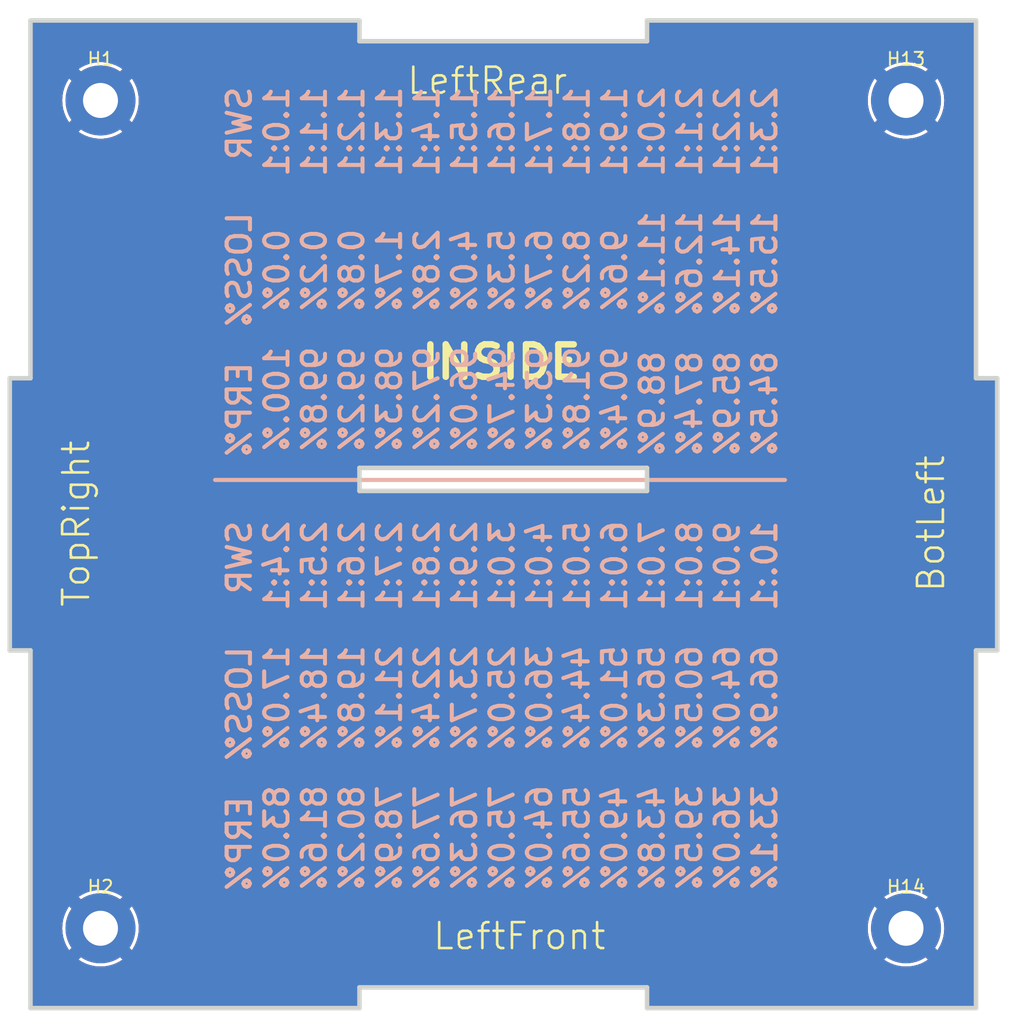
<source format=kicad_pcb>
(kicad_pcb (version 20221018) (generator pcbnew)
  (layers (0 "F.Cu" signal) (31 "B.Cu" signal) (34 "B.Paste" user) (35 "F.Paste" user) (36 "B.SilkS" user "B.Silkscreen") (37 "F.SilkS" user "F.Silkscreen") (38 "B.Mask" user) (39 "F.Mask" user) (44 "Edge.Cuts" user))
  (net 0 "")
  (net 1 "GND")
  (footprint "MountingHole:MountingHole_2.7mm_M2.5_Pad" (layer "F.Cu") (at 167.595996 29.969997)
    (fp_text reference "H13" (at 0 -3.2) (layer "F.SilkS"))
    (fp_text value "2.7mm PTH")
    (pad "1" thru_hole circle (at 0 0) (size 5.4 5.4) (drill 2.7) (layers "*.Cu" "*.Mask") (net 1 "GND"))
  )
  (footprint "MountingHole:MountingHole_2.7mm_M2.5_Pad" (layer "F.Cu") (at 105.403996 29.969997)
    (fp_text reference "H1" (at 0 -3.2) (layer "F.SilkS"))
    (fp_text value "2.7mm PTH")
    (pad "1" thru_hole circle (at 0 0) (size 5.4 5.4) (drill 2.7) (layers "*.Cu" "*.Mask") (net 1 "GND"))
  )
  (footprint "cutouts:SolderMask_XY76.2mm_T3.2mm" (layer "F.Cu") (at 100.045996 25.419997)
    (fp_text reference "REF**" hide)
    (fp_text value "SolderMask_XY76.2mm_T3.2mm" hide)
  )
  (footprint "MountingHole:MountingHole_2.7mm_M2.5_Pad" (layer "F.Cu") (at 105.403996 93.839997)
    (fp_text reference "H2" (at 0 -3.2) (layer "F.SilkS"))
    (fp_text value "2.7mm PTH")
    (pad "1" thru_hole circle (at 0 0) (size 5.4 5.4) (drill 2.7) (layers "*.Cu" "*.Mask") (net 1 "GND"))
  )
  (footprint "MountingHole:MountingHole_2.7mm_M2.5_Pad" (layer "F.Cu") (at 167.595996 93.839997)
    (fp_text reference "H14" (at 0 -3.2) (layer "F.SilkS"))
    (fp_text value "2.7mm PTH")
    (pad "1" thru_hole circle (at 0 0) (size 5.4 5.4) (drill 2.7) (layers "*.Cu" "*.Mask") (net 1 "GND"))
  )
  (gr_line (start 114.25 59.25) (end 158.25 59.25) (stroke (width 0.3)) (layer "B.SilkS"))
  (gr_line (start 114.25 59.25) (end 158.25 59.25) (stroke (width 0.3)) (layer "B.SilkS"))
  (gr_line (start 125.399996 58.319997) (end 147.599996 58.319997) (stroke (width 0.349999)) (layer "Edge.Cuts"))
  (gr_line (start 100 72.400001) (end 98.399994 72.400001) (stroke (width 0.349999)) (layer "Edge.Cuts"))
  (gr_line (start 98.399994 51.400001) (end 98.399994 72.400001) (stroke (width 0.349999)) (layer "Edge.Cuts"))
  (gr_line (start 100 51.400001) (end 100 23.799999) (stroke (width 0.349999)) (layer "Edge.Cuts"))
  (gr_line (start 147.599993 23.799999) (end 172.999993 23.799999) (stroke (width 0.349999)) (layer "Edge.Cuts"))
  (gr_line (start 100 51.400001) (end 98.399994 51.400001) (stroke (width 0.349999)) (layer "Edge.Cuts"))
  (gr_line (start 125.399994 98.400001) (end 147.599993 98.400001) (stroke (width 0.349999)) (layer "Edge.Cuts"))
  (gr_line (start 172.999993 100) (end 172.999993 72.400001) (stroke (width 0.349999)) (layer "Edge.Cuts"))
  (gr_line (start 125.399994 100) (end 125.399994 98.400001) (stroke (width 0.349999)) (layer "Edge.Cuts"))
  (gr_line (start 147.599993 100) (end 147.599993 98.400001) (stroke (width 0.349999)) (layer "Edge.Cuts"))
  (gr_line (start 100 100) (end 125.399994 100) (stroke (width 0.349999)) (layer "Edge.Cuts"))
  (gr_line (start 147.599993 25.400001) (end 147.599993 23.799999) (stroke (width 0.349999)) (layer "Edge.Cuts"))
  (gr_line (start 174.637995 72.400001) (end 174.637995 51.400001) (stroke (width 0.349999)) (layer "Edge.Cuts"))
  (gr_line (start 125.399994 25.400001) (end 147.599993 25.400001) (stroke (width 0.349999)) (layer "Edge.Cuts"))
  (gr_line (start 125.399994 25.400001) (end 125.399994 23.799999) (stroke (width 0.349999)) (layer "Edge.Cuts"))
  (gr_line (start 174.637995 72.400001) (end 172.999993 72.400001) (stroke (width 0.349999)) (layer "Edge.Cuts"))
  (gr_line (start 100 23.799999) (end 125.399994 23.799999) (stroke (width 0.349999)) (layer "Edge.Cuts"))
  (gr_line (start 147.599996 58.319997) (end 147.599996 60.099997) (stroke (width 0.349999)) (layer "Edge.Cuts"))
  (gr_line (start 174.637995 51.400001) (end 172.999993 51.400001) (stroke (width 0.349999)) (layer "Edge.Cuts"))
  (gr_line (start 125.399996 60.099997) (end 125.399996 58.319997) (stroke (width 0.349999)) (layer "Edge.Cuts"))
  (gr_line (start 147.599996 60.099997) (end 125.399996 60.099997) (stroke (width 0.349999)) (layer "Edge.Cuts"))
  (gr_line (start 172.999993 51.400001) (end 172.999993 23.799999) (stroke (width 0.349999)) (layer "Edge.Cuts"))
  (gr_line (start 147.599993 100) (end 172.999993 100) (stroke (width 0.349999)) (layer "Edge.Cuts"))
  (gr_line (start 100 100) (end 100 72.400001) (stroke (width 0.349999)) (layer "Edge.Cuts"))
  (gr_text "SWR   LOSS%  ERP%\n1.0:1   0.0%  100.%\n1.1:1   0.2%  99.8%\n1.2:1   0.8%  99.2%\n1.3:1   1.7%  98.3%\n1.4:1   2.8%  97.2%\n1.5:1   4.0%  96.0%\n1.6:1   5.3%  94.7%\n1.7:1   6.7%  93.3%\n1.8:1   8.2%  91.8%\n1.9:1   9.6%  90.4%\n2.0:1  11.1%  88.9%\n2.1:1  12.6%  87.4%\n2.2:1  14.1%  85.9%\n2.3:1  15.5%  84.5%\n" (at 157.75 28.75 90) (layer "B.SilkS") (effects (font (size 1.8 1.8) (thickness 0.3) bold) (justify left bottom mirror)))
  (gr_text "SWR   LOSS%  ERP%\n1.0:1   0.0%  100.%\n1.1:1   0.2%  99.8%\n1.2:1   0.8%  99.2%\n1.3:1   1.7%  98.3%\n1.4:1   2.8%  97.2%\n1.5:1   4.0%  96.0%\n1.6:1   5.3%  94.7%\n1.7:1   6.7%  93.3%\n1.8:1   8.2%  91.8%\n1.9:1   9.6%  90.4%\n2.0:1  11.1%  88.9%\n2.1:1  12.6%  87.4%\n2.2:1  14.1%  85.9%\n2.3:1  15.5%  84.5%\n" (at 157.75 28.75 90) (layer "B.SilkS") (effects (font (size 1.8 1.8) (thickness 0.3) bold) (justify left bottom mirror)))
  (gr_text "SWR   LOSS%  ERP%\n2.4:1  17.0%  83.0%\n2.5:1  18.4%  81.6%\n2.6:1  19.8%  80.2%\n2.7:1  21.1%  78.9%\n2.8:1  22.4%  77.6%\n2.9:1  23.7%  76.3%\n3.0:1  25.0%  75.0%\n4.0:1  36.0%  64.0%\n5.0:1  44.4%  55.6%\n6.0:1  51.0%  49.0%\n7.0:1  56.3%  43.8%\n8.0:1  60.5%  39.5%\n9.0:1  64.0%  36.0%\n10.:1  66.9%  33.1%" (at 157.75 62.25 90) (layer "B.SilkS") (effects (font (size 1.8 1.8) (thickness 0.3) bold) (justify left bottom mirror)))
  (gr_text "SWR   LOSS%  ERP%\n2.4:1  17.0%  83.0%\n2.5:1  18.4%  81.6%\n2.6:1  19.8%  80.2%\n2.7:1  21.1%  78.9%\n2.8:1  22.4%  77.6%\n2.9:1  23.7%  76.3%\n3.0:1  25.0%  75.0%\n4.0:1  36.0%  64.0%\n5.0:1  44.4%  55.6%\n6.0:1  51.0%  49.0%\n7.0:1  56.3%  43.8%\n8.0:1  60.5%  39.5%\n9.0:1  64.0%  36.0%\n10.:1  66.9%  33.1%" (at 157.75 62.25 90) (layer "B.SilkS") (effects (font (size 1.8 1.8) (thickness 0.3) bold) (justify left bottom mirror)))
  (gr_text "LeftRear" (at 128.945996 29.619997) (layer "F.SilkS") (effects (font (size 2 2) (thickness 0.2)) (justify left bottom)))
  (gr_text "TopRight" (at 104.695996 62.619997 90) (layer "F.SilkS") (effects (font (size 2 2) (thickness 0.2)) (justify bottom)))
  (gr_text "BotLeft" (at 170.695996 62.619997 90) (layer "F.SilkS") (effects (font (size 2 2) (thickness 0.2)) (justify bottom)))
  (gr_text "INSIDE" (at 129.945996 51.619997) (layer "F.SilkS") (effects (font (size 2.5 2.5) (thickness 0.5) bold) (justify left bottom)))
  (gr_text "LeftFront" (at 130.945996 95.619997) (layer "F.SilkS") (effects (font (size 2 2) (thickness 0.2)) (justify left bottom)))
  (zone (net 1) (net_name "GND") (layers "F&B.Cu") (priority 1) (connect_pads (clearance 0.2032)) (min_thickness 0.2032) (fill yes (thermal_gap 0.254) (thermal_bridge_width 1.016) (island_removal_mode 1) (island_area_min 9.999999))
    (polygon (pts (xy 97.645996 101.219997) (xy 175.145996 101.219997) (xy 175.645996 22.219997) (xy 97.645996 22.219997)))
  )
  (zone (net 1) (net_name "GND") (layers "F&B.Cu") (priority 1) (connect_pads (clearance 0.2032)) (min_thickness 0.2032) (fill yes (thermal_gap 0.254) (thermal_bridge_width 1.016) (island_removal_mode 1) (island_area_min 9.999999))
    (polygon (pts (xy 97.645996 101.219997) (xy 175.145996 101.219997) (xy 175.645996 22.219997) (xy 97.645996 22.219997)))
  )
)
</source>
